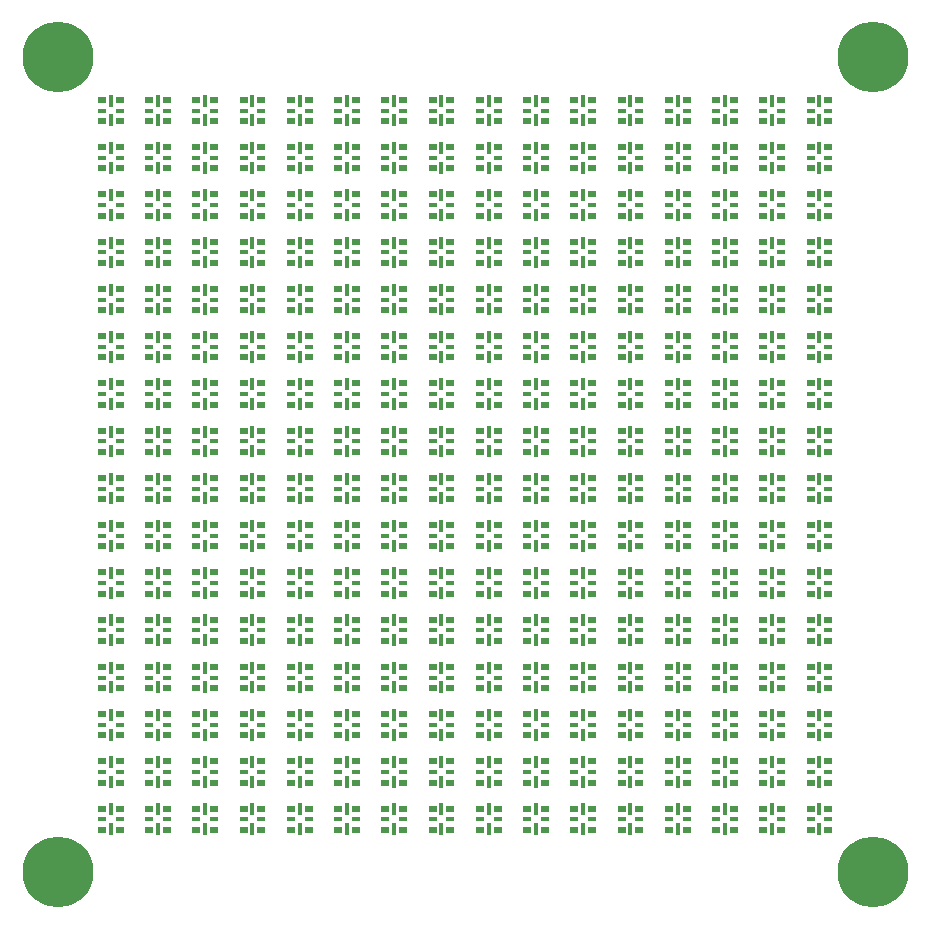
<source format=gbr>
G04 #@! TF.FileFunction,Soldermask,Top*
%FSLAX46Y46*%
G04 Gerber Fmt 4.6, Leading zero omitted, Abs format (unit mm)*
G04 Created by KiCad (PCBNEW 4.0.4-stable) date 01/17/18 01:50:34*
%MOMM*%
%LPD*%
G01*
G04 APERTURE LIST*
%ADD10C,0.100000*%
%ADD11C,6.000000*%
%ADD12R,0.800000X0.500000*%
%ADD13R,0.800000X0.300000*%
%ADD14R,0.300000X1.000000*%
G04 APERTURE END LIST*
D10*
D11*
X100000000Y-100000000D03*
X100000000Y-169000000D03*
X169000000Y-169000000D03*
X169000000Y-100000000D03*
D12*
X113250000Y-105400000D03*
X111750000Y-105400000D03*
D13*
X113250000Y-104500000D03*
X111750000Y-104500000D03*
D14*
X112500000Y-105330000D03*
D12*
X113250000Y-103600000D03*
X111750000Y-103600000D03*
D14*
X112500000Y-103670000D03*
D12*
X117250000Y-105400000D03*
X115750000Y-105400000D03*
D13*
X117250000Y-104500000D03*
X115750000Y-104500000D03*
D14*
X116500000Y-105330000D03*
D12*
X117250000Y-103600000D03*
X115750000Y-103600000D03*
D14*
X116500000Y-103670000D03*
D12*
X121250000Y-105400000D03*
X119750000Y-105400000D03*
D13*
X121250000Y-104500000D03*
X119750000Y-104500000D03*
D14*
X120500000Y-105330000D03*
D12*
X121250000Y-103600000D03*
X119750000Y-103600000D03*
D14*
X120500000Y-103670000D03*
D12*
X125250000Y-105400000D03*
X123750000Y-105400000D03*
D13*
X125250000Y-104500000D03*
X123750000Y-104500000D03*
D14*
X124500000Y-105330000D03*
D12*
X125250000Y-103600000D03*
X123750000Y-103600000D03*
D14*
X124500000Y-103670000D03*
D12*
X105250000Y-105400000D03*
X103750000Y-105400000D03*
D13*
X105250000Y-104500000D03*
X103750000Y-104500000D03*
D14*
X104500000Y-105330000D03*
D12*
X105250000Y-103600000D03*
X103750000Y-103600000D03*
D14*
X104500000Y-103670000D03*
D12*
X109250000Y-105400000D03*
X107750000Y-105400000D03*
D13*
X109250000Y-104500000D03*
X107750000Y-104500000D03*
D14*
X108500000Y-105330000D03*
D12*
X109250000Y-103600000D03*
X107750000Y-103600000D03*
D14*
X108500000Y-103670000D03*
D12*
X129250000Y-105400000D03*
X127750000Y-105400000D03*
D13*
X129250000Y-104500000D03*
X127750000Y-104500000D03*
D14*
X128500000Y-105330000D03*
D12*
X129250000Y-103600000D03*
X127750000Y-103600000D03*
D14*
X128500000Y-103670000D03*
D12*
X133250000Y-105400000D03*
X131750000Y-105400000D03*
D13*
X133250000Y-104500000D03*
X131750000Y-104500000D03*
D14*
X132500000Y-105330000D03*
D12*
X133250000Y-103600000D03*
X131750000Y-103600000D03*
D14*
X132500000Y-103670000D03*
D12*
X137250000Y-105400000D03*
X135750000Y-105400000D03*
D13*
X137250000Y-104500000D03*
X135750000Y-104500000D03*
D14*
X136500000Y-105330000D03*
D12*
X137250000Y-103600000D03*
X135750000Y-103600000D03*
D14*
X136500000Y-103670000D03*
D12*
X141250000Y-105400000D03*
X139750000Y-105400000D03*
D13*
X141250000Y-104500000D03*
X139750000Y-104500000D03*
D14*
X140500000Y-105330000D03*
D12*
X141250000Y-103600000D03*
X139750000Y-103600000D03*
D14*
X140500000Y-103670000D03*
D12*
X145250000Y-105400000D03*
X143750000Y-105400000D03*
D13*
X145250000Y-104500000D03*
X143750000Y-104500000D03*
D14*
X144500000Y-105330000D03*
D12*
X145250000Y-103600000D03*
X143750000Y-103600000D03*
D14*
X144500000Y-103670000D03*
D12*
X149250000Y-105400000D03*
X147750000Y-105400000D03*
D13*
X149250000Y-104500000D03*
X147750000Y-104500000D03*
D14*
X148500000Y-105330000D03*
D12*
X149250000Y-103600000D03*
X147750000Y-103600000D03*
D14*
X148500000Y-103670000D03*
D12*
X153250000Y-105400000D03*
X151750000Y-105400000D03*
D13*
X153250000Y-104500000D03*
X151750000Y-104500000D03*
D14*
X152500000Y-105330000D03*
D12*
X153250000Y-103600000D03*
X151750000Y-103600000D03*
D14*
X152500000Y-103670000D03*
D12*
X157250000Y-105400000D03*
X155750000Y-105400000D03*
D13*
X157250000Y-104500000D03*
X155750000Y-104500000D03*
D14*
X156500000Y-105330000D03*
D12*
X157250000Y-103600000D03*
X155750000Y-103600000D03*
D14*
X156500000Y-103670000D03*
D12*
X161250000Y-105400000D03*
X159750000Y-105400000D03*
D13*
X161250000Y-104500000D03*
X159750000Y-104500000D03*
D14*
X160500000Y-105330000D03*
D12*
X161250000Y-103600000D03*
X159750000Y-103600000D03*
D14*
X160500000Y-103670000D03*
D12*
X165250000Y-105400000D03*
X163750000Y-105400000D03*
D13*
X165250000Y-104500000D03*
X163750000Y-104500000D03*
D14*
X164500000Y-105330000D03*
D12*
X165250000Y-103600000D03*
X163750000Y-103600000D03*
D14*
X164500000Y-103670000D03*
D12*
X105250000Y-109400000D03*
X103750000Y-109400000D03*
D13*
X105250000Y-108500000D03*
X103750000Y-108500000D03*
D14*
X104500000Y-109330000D03*
D12*
X105250000Y-107600000D03*
X103750000Y-107600000D03*
D14*
X104500000Y-107670000D03*
D12*
X109250000Y-109400000D03*
X107750000Y-109400000D03*
D13*
X109250000Y-108500000D03*
X107750000Y-108500000D03*
D14*
X108500000Y-109330000D03*
D12*
X109250000Y-107600000D03*
X107750000Y-107600000D03*
D14*
X108500000Y-107670000D03*
D12*
X113250000Y-109400000D03*
X111750000Y-109400000D03*
D13*
X113250000Y-108500000D03*
X111750000Y-108500000D03*
D14*
X112500000Y-109330000D03*
D12*
X113250000Y-107600000D03*
X111750000Y-107600000D03*
D14*
X112500000Y-107670000D03*
D12*
X117250000Y-109400000D03*
X115750000Y-109400000D03*
D13*
X117250000Y-108500000D03*
X115750000Y-108500000D03*
D14*
X116500000Y-109330000D03*
D12*
X117250000Y-107600000D03*
X115750000Y-107600000D03*
D14*
X116500000Y-107670000D03*
D12*
X121250000Y-109400000D03*
X119750000Y-109400000D03*
D13*
X121250000Y-108500000D03*
X119750000Y-108500000D03*
D14*
X120500000Y-109330000D03*
D12*
X121250000Y-107600000D03*
X119750000Y-107600000D03*
D14*
X120500000Y-107670000D03*
D12*
X125250000Y-109400000D03*
X123750000Y-109400000D03*
D13*
X125250000Y-108500000D03*
X123750000Y-108500000D03*
D14*
X124500000Y-109330000D03*
D12*
X125250000Y-107600000D03*
X123750000Y-107600000D03*
D14*
X124500000Y-107670000D03*
D12*
X129250000Y-109400000D03*
X127750000Y-109400000D03*
D13*
X129250000Y-108500000D03*
X127750000Y-108500000D03*
D14*
X128500000Y-109330000D03*
D12*
X129250000Y-107600000D03*
X127750000Y-107600000D03*
D14*
X128500000Y-107670000D03*
D12*
X133250000Y-109400000D03*
X131750000Y-109400000D03*
D13*
X133250000Y-108500000D03*
X131750000Y-108500000D03*
D14*
X132500000Y-109330000D03*
D12*
X133250000Y-107600000D03*
X131750000Y-107600000D03*
D14*
X132500000Y-107670000D03*
D12*
X137250000Y-109400000D03*
X135750000Y-109400000D03*
D13*
X137250000Y-108500000D03*
X135750000Y-108500000D03*
D14*
X136500000Y-109330000D03*
D12*
X137250000Y-107600000D03*
X135750000Y-107600000D03*
D14*
X136500000Y-107670000D03*
D12*
X141250000Y-109400000D03*
X139750000Y-109400000D03*
D13*
X141250000Y-108500000D03*
X139750000Y-108500000D03*
D14*
X140500000Y-109330000D03*
D12*
X141250000Y-107600000D03*
X139750000Y-107600000D03*
D14*
X140500000Y-107670000D03*
D12*
X145250000Y-109400000D03*
X143750000Y-109400000D03*
D13*
X145250000Y-108500000D03*
X143750000Y-108500000D03*
D14*
X144500000Y-109330000D03*
D12*
X145250000Y-107600000D03*
X143750000Y-107600000D03*
D14*
X144500000Y-107670000D03*
D12*
X149250000Y-109400000D03*
X147750000Y-109400000D03*
D13*
X149250000Y-108500000D03*
X147750000Y-108500000D03*
D14*
X148500000Y-109330000D03*
D12*
X149250000Y-107600000D03*
X147750000Y-107600000D03*
D14*
X148500000Y-107670000D03*
D12*
X153250000Y-109400000D03*
X151750000Y-109400000D03*
D13*
X153250000Y-108500000D03*
X151750000Y-108500000D03*
D14*
X152500000Y-109330000D03*
D12*
X153250000Y-107600000D03*
X151750000Y-107600000D03*
D14*
X152500000Y-107670000D03*
D12*
X157250000Y-109400000D03*
X155750000Y-109400000D03*
D13*
X157250000Y-108500000D03*
X155750000Y-108500000D03*
D14*
X156500000Y-109330000D03*
D12*
X157250000Y-107600000D03*
X155750000Y-107600000D03*
D14*
X156500000Y-107670000D03*
D12*
X161250000Y-109400000D03*
X159750000Y-109400000D03*
D13*
X161250000Y-108500000D03*
X159750000Y-108500000D03*
D14*
X160500000Y-109330000D03*
D12*
X161250000Y-107600000D03*
X159750000Y-107600000D03*
D14*
X160500000Y-107670000D03*
D12*
X165250000Y-109400000D03*
X163750000Y-109400000D03*
D13*
X165250000Y-108500000D03*
X163750000Y-108500000D03*
D14*
X164500000Y-109330000D03*
D12*
X165250000Y-107600000D03*
X163750000Y-107600000D03*
D14*
X164500000Y-107670000D03*
D12*
X105250000Y-113400000D03*
X103750000Y-113400000D03*
D13*
X105250000Y-112500000D03*
X103750000Y-112500000D03*
D14*
X104500000Y-113330000D03*
D12*
X105250000Y-111600000D03*
X103750000Y-111600000D03*
D14*
X104500000Y-111670000D03*
D12*
X109250000Y-113400000D03*
X107750000Y-113400000D03*
D13*
X109250000Y-112500000D03*
X107750000Y-112500000D03*
D14*
X108500000Y-113330000D03*
D12*
X109250000Y-111600000D03*
X107750000Y-111600000D03*
D14*
X108500000Y-111670000D03*
D12*
X113250000Y-113400000D03*
X111750000Y-113400000D03*
D13*
X113250000Y-112500000D03*
X111750000Y-112500000D03*
D14*
X112500000Y-113330000D03*
D12*
X113250000Y-111600000D03*
X111750000Y-111600000D03*
D14*
X112500000Y-111670000D03*
D12*
X117250000Y-113400000D03*
X115750000Y-113400000D03*
D13*
X117250000Y-112500000D03*
X115750000Y-112500000D03*
D14*
X116500000Y-113330000D03*
D12*
X117250000Y-111600000D03*
X115750000Y-111600000D03*
D14*
X116500000Y-111670000D03*
D12*
X121250000Y-113400000D03*
X119750000Y-113400000D03*
D13*
X121250000Y-112500000D03*
X119750000Y-112500000D03*
D14*
X120500000Y-113330000D03*
D12*
X121250000Y-111600000D03*
X119750000Y-111600000D03*
D14*
X120500000Y-111670000D03*
D12*
X125250000Y-113400000D03*
X123750000Y-113400000D03*
D13*
X125250000Y-112500000D03*
X123750000Y-112500000D03*
D14*
X124500000Y-113330000D03*
D12*
X125250000Y-111600000D03*
X123750000Y-111600000D03*
D14*
X124500000Y-111670000D03*
D12*
X129250000Y-113400000D03*
X127750000Y-113400000D03*
D13*
X129250000Y-112500000D03*
X127750000Y-112500000D03*
D14*
X128500000Y-113330000D03*
D12*
X129250000Y-111600000D03*
X127750000Y-111600000D03*
D14*
X128500000Y-111670000D03*
D12*
X133250000Y-113400000D03*
X131750000Y-113400000D03*
D13*
X133250000Y-112500000D03*
X131750000Y-112500000D03*
D14*
X132500000Y-113330000D03*
D12*
X133250000Y-111600000D03*
X131750000Y-111600000D03*
D14*
X132500000Y-111670000D03*
D12*
X137250000Y-113400000D03*
X135750000Y-113400000D03*
D13*
X137250000Y-112500000D03*
X135750000Y-112500000D03*
D14*
X136500000Y-113330000D03*
D12*
X137250000Y-111600000D03*
X135750000Y-111600000D03*
D14*
X136500000Y-111670000D03*
D12*
X141250000Y-113400000D03*
X139750000Y-113400000D03*
D13*
X141250000Y-112500000D03*
X139750000Y-112500000D03*
D14*
X140500000Y-113330000D03*
D12*
X141250000Y-111600000D03*
X139750000Y-111600000D03*
D14*
X140500000Y-111670000D03*
D12*
X145250000Y-113400000D03*
X143750000Y-113400000D03*
D13*
X145250000Y-112500000D03*
X143750000Y-112500000D03*
D14*
X144500000Y-113330000D03*
D12*
X145250000Y-111600000D03*
X143750000Y-111600000D03*
D14*
X144500000Y-111670000D03*
D12*
X149250000Y-113400000D03*
X147750000Y-113400000D03*
D13*
X149250000Y-112500000D03*
X147750000Y-112500000D03*
D14*
X148500000Y-113330000D03*
D12*
X149250000Y-111600000D03*
X147750000Y-111600000D03*
D14*
X148500000Y-111670000D03*
D12*
X153250000Y-113400000D03*
X151750000Y-113400000D03*
D13*
X153250000Y-112500000D03*
X151750000Y-112500000D03*
D14*
X152500000Y-113330000D03*
D12*
X153250000Y-111600000D03*
X151750000Y-111600000D03*
D14*
X152500000Y-111670000D03*
D12*
X157250000Y-113400000D03*
X155750000Y-113400000D03*
D13*
X157250000Y-112500000D03*
X155750000Y-112500000D03*
D14*
X156500000Y-113330000D03*
D12*
X157250000Y-111600000D03*
X155750000Y-111600000D03*
D14*
X156500000Y-111670000D03*
D12*
X161250000Y-113400000D03*
X159750000Y-113400000D03*
D13*
X161250000Y-112500000D03*
X159750000Y-112500000D03*
D14*
X160500000Y-113330000D03*
D12*
X161250000Y-111600000D03*
X159750000Y-111600000D03*
D14*
X160500000Y-111670000D03*
D12*
X165250000Y-113400000D03*
X163750000Y-113400000D03*
D13*
X165250000Y-112500000D03*
X163750000Y-112500000D03*
D14*
X164500000Y-113330000D03*
D12*
X165250000Y-111600000D03*
X163750000Y-111600000D03*
D14*
X164500000Y-111670000D03*
D12*
X105250000Y-117400000D03*
X103750000Y-117400000D03*
D13*
X105250000Y-116500000D03*
X103750000Y-116500000D03*
D14*
X104500000Y-117330000D03*
D12*
X105250000Y-115600000D03*
X103750000Y-115600000D03*
D14*
X104500000Y-115670000D03*
D12*
X109250000Y-117400000D03*
X107750000Y-117400000D03*
D13*
X109250000Y-116500000D03*
X107750000Y-116500000D03*
D14*
X108500000Y-117330000D03*
D12*
X109250000Y-115600000D03*
X107750000Y-115600000D03*
D14*
X108500000Y-115670000D03*
D12*
X113250000Y-117400000D03*
X111750000Y-117400000D03*
D13*
X113250000Y-116500000D03*
X111750000Y-116500000D03*
D14*
X112500000Y-117330000D03*
D12*
X113250000Y-115600000D03*
X111750000Y-115600000D03*
D14*
X112500000Y-115670000D03*
D12*
X117250000Y-117400000D03*
X115750000Y-117400000D03*
D13*
X117250000Y-116500000D03*
X115750000Y-116500000D03*
D14*
X116500000Y-117330000D03*
D12*
X117250000Y-115600000D03*
X115750000Y-115600000D03*
D14*
X116500000Y-115670000D03*
D12*
X121250000Y-117400000D03*
X119750000Y-117400000D03*
D13*
X121250000Y-116500000D03*
X119750000Y-116500000D03*
D14*
X120500000Y-117330000D03*
D12*
X121250000Y-115600000D03*
X119750000Y-115600000D03*
D14*
X120500000Y-115670000D03*
D12*
X125250000Y-117400000D03*
X123750000Y-117400000D03*
D13*
X125250000Y-116500000D03*
X123750000Y-116500000D03*
D14*
X124500000Y-117330000D03*
D12*
X125250000Y-115600000D03*
X123750000Y-115600000D03*
D14*
X124500000Y-115670000D03*
D12*
X129250000Y-117400000D03*
X127750000Y-117400000D03*
D13*
X129250000Y-116500000D03*
X127750000Y-116500000D03*
D14*
X128500000Y-117330000D03*
D12*
X129250000Y-115600000D03*
X127750000Y-115600000D03*
D14*
X128500000Y-115670000D03*
D12*
X133250000Y-117400000D03*
X131750000Y-117400000D03*
D13*
X133250000Y-116500000D03*
X131750000Y-116500000D03*
D14*
X132500000Y-117330000D03*
D12*
X133250000Y-115600000D03*
X131750000Y-115600000D03*
D14*
X132500000Y-115670000D03*
D12*
X137250000Y-117400000D03*
X135750000Y-117400000D03*
D13*
X137250000Y-116500000D03*
X135750000Y-116500000D03*
D14*
X136500000Y-117330000D03*
D12*
X137250000Y-115600000D03*
X135750000Y-115600000D03*
D14*
X136500000Y-115670000D03*
D12*
X141250000Y-117400000D03*
X139750000Y-117400000D03*
D13*
X141250000Y-116500000D03*
X139750000Y-116500000D03*
D14*
X140500000Y-117330000D03*
D12*
X141250000Y-115600000D03*
X139750000Y-115600000D03*
D14*
X140500000Y-115670000D03*
D12*
X145250000Y-117400000D03*
X143750000Y-117400000D03*
D13*
X145250000Y-116500000D03*
X143750000Y-116500000D03*
D14*
X144500000Y-117330000D03*
D12*
X145250000Y-115600000D03*
X143750000Y-115600000D03*
D14*
X144500000Y-115670000D03*
D12*
X149250000Y-117400000D03*
X147750000Y-117400000D03*
D13*
X149250000Y-116500000D03*
X147750000Y-116500000D03*
D14*
X148500000Y-117330000D03*
D12*
X149250000Y-115600000D03*
X147750000Y-115600000D03*
D14*
X148500000Y-115670000D03*
D12*
X153250000Y-117400000D03*
X151750000Y-117400000D03*
D13*
X153250000Y-116500000D03*
X151750000Y-116500000D03*
D14*
X152500000Y-117330000D03*
D12*
X153250000Y-115600000D03*
X151750000Y-115600000D03*
D14*
X152500000Y-115670000D03*
D12*
X157250000Y-117400000D03*
X155750000Y-117400000D03*
D13*
X157250000Y-116500000D03*
X155750000Y-116500000D03*
D14*
X156500000Y-117330000D03*
D12*
X157250000Y-115600000D03*
X155750000Y-115600000D03*
D14*
X156500000Y-115670000D03*
D12*
X161250000Y-117400000D03*
X159750000Y-117400000D03*
D13*
X161250000Y-116500000D03*
X159750000Y-116500000D03*
D14*
X160500000Y-117330000D03*
D12*
X161250000Y-115600000D03*
X159750000Y-115600000D03*
D14*
X160500000Y-115670000D03*
D12*
X165250000Y-117400000D03*
X163750000Y-117400000D03*
D13*
X165250000Y-116500000D03*
X163750000Y-116500000D03*
D14*
X164500000Y-117330000D03*
D12*
X165250000Y-115600000D03*
X163750000Y-115600000D03*
D14*
X164500000Y-115670000D03*
D12*
X105250000Y-121400000D03*
X103750000Y-121400000D03*
D13*
X105250000Y-120500000D03*
X103750000Y-120500000D03*
D14*
X104500000Y-121330000D03*
D12*
X105250000Y-119600000D03*
X103750000Y-119600000D03*
D14*
X104500000Y-119670000D03*
D12*
X109250000Y-121400000D03*
X107750000Y-121400000D03*
D13*
X109250000Y-120500000D03*
X107750000Y-120500000D03*
D14*
X108500000Y-121330000D03*
D12*
X109250000Y-119600000D03*
X107750000Y-119600000D03*
D14*
X108500000Y-119670000D03*
D12*
X113250000Y-121400000D03*
X111750000Y-121400000D03*
D13*
X113250000Y-120500000D03*
X111750000Y-120500000D03*
D14*
X112500000Y-121330000D03*
D12*
X113250000Y-119600000D03*
X111750000Y-119600000D03*
D14*
X112500000Y-119670000D03*
D12*
X117250000Y-121400000D03*
X115750000Y-121400000D03*
D13*
X117250000Y-120500000D03*
X115750000Y-120500000D03*
D14*
X116500000Y-121330000D03*
D12*
X117250000Y-119600000D03*
X115750000Y-119600000D03*
D14*
X116500000Y-119670000D03*
D12*
X121250000Y-121400000D03*
X119750000Y-121400000D03*
D13*
X121250000Y-120500000D03*
X119750000Y-120500000D03*
D14*
X120500000Y-121330000D03*
D12*
X121250000Y-119600000D03*
X119750000Y-119600000D03*
D14*
X120500000Y-119670000D03*
D12*
X125250000Y-121400000D03*
X123750000Y-121400000D03*
D13*
X125250000Y-120500000D03*
X123750000Y-120500000D03*
D14*
X124500000Y-121330000D03*
D12*
X125250000Y-119600000D03*
X123750000Y-119600000D03*
D14*
X124500000Y-119670000D03*
D12*
X129250000Y-121400000D03*
X127750000Y-121400000D03*
D13*
X129250000Y-120500000D03*
X127750000Y-120500000D03*
D14*
X128500000Y-121330000D03*
D12*
X129250000Y-119600000D03*
X127750000Y-119600000D03*
D14*
X128500000Y-119670000D03*
D12*
X133250000Y-121400000D03*
X131750000Y-121400000D03*
D13*
X133250000Y-120500000D03*
X131750000Y-120500000D03*
D14*
X132500000Y-121330000D03*
D12*
X133250000Y-119600000D03*
X131750000Y-119600000D03*
D14*
X132500000Y-119670000D03*
D12*
X137250000Y-121400000D03*
X135750000Y-121400000D03*
D13*
X137250000Y-120500000D03*
X135750000Y-120500000D03*
D14*
X136500000Y-121330000D03*
D12*
X137250000Y-119600000D03*
X135750000Y-119600000D03*
D14*
X136500000Y-119670000D03*
D12*
X141250000Y-121400000D03*
X139750000Y-121400000D03*
D13*
X141250000Y-120500000D03*
X139750000Y-120500000D03*
D14*
X140500000Y-121330000D03*
D12*
X141250000Y-119600000D03*
X139750000Y-119600000D03*
D14*
X140500000Y-119670000D03*
D12*
X145250000Y-121400000D03*
X143750000Y-121400000D03*
D13*
X145250000Y-120500000D03*
X143750000Y-120500000D03*
D14*
X144500000Y-121330000D03*
D12*
X145250000Y-119600000D03*
X143750000Y-119600000D03*
D14*
X144500000Y-119670000D03*
D12*
X149250000Y-121400000D03*
X147750000Y-121400000D03*
D13*
X149250000Y-120500000D03*
X147750000Y-120500000D03*
D14*
X148500000Y-121330000D03*
D12*
X149250000Y-119600000D03*
X147750000Y-119600000D03*
D14*
X148500000Y-119670000D03*
D12*
X153250000Y-121400000D03*
X151750000Y-121400000D03*
D13*
X153250000Y-120500000D03*
X151750000Y-120500000D03*
D14*
X152500000Y-121330000D03*
D12*
X153250000Y-119600000D03*
X151750000Y-119600000D03*
D14*
X152500000Y-119670000D03*
D12*
X157250000Y-121400000D03*
X155750000Y-121400000D03*
D13*
X157250000Y-120500000D03*
X155750000Y-120500000D03*
D14*
X156500000Y-121330000D03*
D12*
X157250000Y-119600000D03*
X155750000Y-119600000D03*
D14*
X156500000Y-119670000D03*
D12*
X161250000Y-121400000D03*
X159750000Y-121400000D03*
D13*
X161250000Y-120500000D03*
X159750000Y-120500000D03*
D14*
X160500000Y-121330000D03*
D12*
X161250000Y-119600000D03*
X159750000Y-119600000D03*
D14*
X160500000Y-119670000D03*
D12*
X165250000Y-121400000D03*
X163750000Y-121400000D03*
D13*
X165250000Y-120500000D03*
X163750000Y-120500000D03*
D14*
X164500000Y-121330000D03*
D12*
X165250000Y-119600000D03*
X163750000Y-119600000D03*
D14*
X164500000Y-119670000D03*
D12*
X105250000Y-125400000D03*
X103750000Y-125400000D03*
D13*
X105250000Y-124500000D03*
X103750000Y-124500000D03*
D14*
X104500000Y-125330000D03*
D12*
X105250000Y-123600000D03*
X103750000Y-123600000D03*
D14*
X104500000Y-123670000D03*
D12*
X109250000Y-125400000D03*
X107750000Y-125400000D03*
D13*
X109250000Y-124500000D03*
X107750000Y-124500000D03*
D14*
X108500000Y-125330000D03*
D12*
X109250000Y-123600000D03*
X107750000Y-123600000D03*
D14*
X108500000Y-123670000D03*
D12*
X113250000Y-125400000D03*
X111750000Y-125400000D03*
D13*
X113250000Y-124500000D03*
X111750000Y-124500000D03*
D14*
X112500000Y-125330000D03*
D12*
X113250000Y-123600000D03*
X111750000Y-123600000D03*
D14*
X112500000Y-123670000D03*
D12*
X117250000Y-125400000D03*
X115750000Y-125400000D03*
D13*
X117250000Y-124500000D03*
X115750000Y-124500000D03*
D14*
X116500000Y-125330000D03*
D12*
X117250000Y-123600000D03*
X115750000Y-123600000D03*
D14*
X116500000Y-123670000D03*
D12*
X121250000Y-125400000D03*
X119750000Y-125400000D03*
D13*
X121250000Y-124500000D03*
X119750000Y-124500000D03*
D14*
X120500000Y-125330000D03*
D12*
X121250000Y-123600000D03*
X119750000Y-123600000D03*
D14*
X120500000Y-123670000D03*
D12*
X125250000Y-125400000D03*
X123750000Y-125400000D03*
D13*
X125250000Y-124500000D03*
X123750000Y-124500000D03*
D14*
X124500000Y-125330000D03*
D12*
X125250000Y-123600000D03*
X123750000Y-123600000D03*
D14*
X124500000Y-123670000D03*
D12*
X129250000Y-125400000D03*
X127750000Y-125400000D03*
D13*
X129250000Y-124500000D03*
X127750000Y-124500000D03*
D14*
X128500000Y-125330000D03*
D12*
X129250000Y-123600000D03*
X127750000Y-123600000D03*
D14*
X128500000Y-123670000D03*
D12*
X133250000Y-125400000D03*
X131750000Y-125400000D03*
D13*
X133250000Y-124500000D03*
X131750000Y-124500000D03*
D14*
X132500000Y-125330000D03*
D12*
X133250000Y-123600000D03*
X131750000Y-123600000D03*
D14*
X132500000Y-123670000D03*
D12*
X137250000Y-125400000D03*
X135750000Y-125400000D03*
D13*
X137250000Y-124500000D03*
X135750000Y-124500000D03*
D14*
X136500000Y-125330000D03*
D12*
X137250000Y-123600000D03*
X135750000Y-123600000D03*
D14*
X136500000Y-123670000D03*
D12*
X141250000Y-125400000D03*
X139750000Y-125400000D03*
D13*
X141250000Y-124500000D03*
X139750000Y-124500000D03*
D14*
X140500000Y-125330000D03*
D12*
X141250000Y-123600000D03*
X139750000Y-123600000D03*
D14*
X140500000Y-123670000D03*
D12*
X145250000Y-125400000D03*
X143750000Y-125400000D03*
D13*
X145250000Y-124500000D03*
X143750000Y-124500000D03*
D14*
X144500000Y-125330000D03*
D12*
X145250000Y-123600000D03*
X143750000Y-123600000D03*
D14*
X144500000Y-123670000D03*
D12*
X149250000Y-125400000D03*
X147750000Y-125400000D03*
D13*
X149250000Y-124500000D03*
X147750000Y-124500000D03*
D14*
X148500000Y-125330000D03*
D12*
X149250000Y-123600000D03*
X147750000Y-123600000D03*
D14*
X148500000Y-123670000D03*
D12*
X153250000Y-125400000D03*
X151750000Y-125400000D03*
D13*
X153250000Y-124500000D03*
X151750000Y-124500000D03*
D14*
X152500000Y-125330000D03*
D12*
X153250000Y-123600000D03*
X151750000Y-123600000D03*
D14*
X152500000Y-123670000D03*
D12*
X157250000Y-125400000D03*
X155750000Y-125400000D03*
D13*
X157250000Y-124500000D03*
X155750000Y-124500000D03*
D14*
X156500000Y-125330000D03*
D12*
X157250000Y-123600000D03*
X155750000Y-123600000D03*
D14*
X156500000Y-123670000D03*
D12*
X161250000Y-125400000D03*
X159750000Y-125400000D03*
D13*
X161250000Y-124500000D03*
X159750000Y-124500000D03*
D14*
X160500000Y-125330000D03*
D12*
X161250000Y-123600000D03*
X159750000Y-123600000D03*
D14*
X160500000Y-123670000D03*
D12*
X165250000Y-125400000D03*
X163750000Y-125400000D03*
D13*
X165250000Y-124500000D03*
X163750000Y-124500000D03*
D14*
X164500000Y-125330000D03*
D12*
X165250000Y-123600000D03*
X163750000Y-123600000D03*
D14*
X164500000Y-123670000D03*
D12*
X105250000Y-129400000D03*
X103750000Y-129400000D03*
D13*
X105250000Y-128500000D03*
X103750000Y-128500000D03*
D14*
X104500000Y-129330000D03*
D12*
X105250000Y-127600000D03*
X103750000Y-127600000D03*
D14*
X104500000Y-127670000D03*
D12*
X109250000Y-129400000D03*
X107750000Y-129400000D03*
D13*
X109250000Y-128500000D03*
X107750000Y-128500000D03*
D14*
X108500000Y-129330000D03*
D12*
X109250000Y-127600000D03*
X107750000Y-127600000D03*
D14*
X108500000Y-127670000D03*
D12*
X113250000Y-129400000D03*
X111750000Y-129400000D03*
D13*
X113250000Y-128500000D03*
X111750000Y-128500000D03*
D14*
X112500000Y-129330000D03*
D12*
X113250000Y-127600000D03*
X111750000Y-127600000D03*
D14*
X112500000Y-127670000D03*
D12*
X117250000Y-129400000D03*
X115750000Y-129400000D03*
D13*
X117250000Y-128500000D03*
X115750000Y-128500000D03*
D14*
X116500000Y-129330000D03*
D12*
X117250000Y-127600000D03*
X115750000Y-127600000D03*
D14*
X116500000Y-127670000D03*
D12*
X121250000Y-129400000D03*
X119750000Y-129400000D03*
D13*
X121250000Y-128500000D03*
X119750000Y-128500000D03*
D14*
X120500000Y-129330000D03*
D12*
X121250000Y-127600000D03*
X119750000Y-127600000D03*
D14*
X120500000Y-127670000D03*
D12*
X125250000Y-129400000D03*
X123750000Y-129400000D03*
D13*
X125250000Y-128500000D03*
X123750000Y-128500000D03*
D14*
X124500000Y-129330000D03*
D12*
X125250000Y-127600000D03*
X123750000Y-127600000D03*
D14*
X124500000Y-127670000D03*
D12*
X129250000Y-129400000D03*
X127750000Y-129400000D03*
D13*
X129250000Y-128500000D03*
X127750000Y-128500000D03*
D14*
X128500000Y-129330000D03*
D12*
X129250000Y-127600000D03*
X127750000Y-127600000D03*
D14*
X128500000Y-127670000D03*
D12*
X133250000Y-129400000D03*
X131750000Y-129400000D03*
D13*
X133250000Y-128500000D03*
X131750000Y-128500000D03*
D14*
X132500000Y-129330000D03*
D12*
X133250000Y-127600000D03*
X131750000Y-127600000D03*
D14*
X132500000Y-127670000D03*
D12*
X137250000Y-129400000D03*
X135750000Y-129400000D03*
D13*
X137250000Y-128500000D03*
X135750000Y-128500000D03*
D14*
X136500000Y-129330000D03*
D12*
X137250000Y-127600000D03*
X135750000Y-127600000D03*
D14*
X136500000Y-127670000D03*
D12*
X141250000Y-129400000D03*
X139750000Y-129400000D03*
D13*
X141250000Y-128500000D03*
X139750000Y-128500000D03*
D14*
X140500000Y-129330000D03*
D12*
X141250000Y-127600000D03*
X139750000Y-127600000D03*
D14*
X140500000Y-127670000D03*
D12*
X145250000Y-129400000D03*
X143750000Y-129400000D03*
D13*
X145250000Y-128500000D03*
X143750000Y-128500000D03*
D14*
X144500000Y-129330000D03*
D12*
X145250000Y-127600000D03*
X143750000Y-127600000D03*
D14*
X144500000Y-127670000D03*
D12*
X149250000Y-129400000D03*
X147750000Y-129400000D03*
D13*
X149250000Y-128500000D03*
X147750000Y-128500000D03*
D14*
X148500000Y-129330000D03*
D12*
X149250000Y-127600000D03*
X147750000Y-127600000D03*
D14*
X148500000Y-127670000D03*
D12*
X153250000Y-129400000D03*
X151750000Y-129400000D03*
D13*
X153250000Y-128500000D03*
X151750000Y-128500000D03*
D14*
X152500000Y-129330000D03*
D12*
X153250000Y-127600000D03*
X151750000Y-127600000D03*
D14*
X152500000Y-127670000D03*
D12*
X157250000Y-129400000D03*
X155750000Y-129400000D03*
D13*
X157250000Y-128500000D03*
X155750000Y-128500000D03*
D14*
X156500000Y-129330000D03*
D12*
X157250000Y-127600000D03*
X155750000Y-127600000D03*
D14*
X156500000Y-127670000D03*
D12*
X161250000Y-129400000D03*
X159750000Y-129400000D03*
D13*
X161250000Y-128500000D03*
X159750000Y-128500000D03*
D14*
X160500000Y-129330000D03*
D12*
X161250000Y-127600000D03*
X159750000Y-127600000D03*
D14*
X160500000Y-127670000D03*
D12*
X165250000Y-129400000D03*
X163750000Y-129400000D03*
D13*
X165250000Y-128500000D03*
X163750000Y-128500000D03*
D14*
X164500000Y-129330000D03*
D12*
X165250000Y-127600000D03*
X163750000Y-127600000D03*
D14*
X164500000Y-127670000D03*
D12*
X105250000Y-133400000D03*
X103750000Y-133400000D03*
D13*
X105250000Y-132500000D03*
X103750000Y-132500000D03*
D14*
X104500000Y-133330000D03*
D12*
X105250000Y-131600000D03*
X103750000Y-131600000D03*
D14*
X104500000Y-131670000D03*
D12*
X109250000Y-133400000D03*
X107750000Y-133400000D03*
D13*
X109250000Y-132500000D03*
X107750000Y-132500000D03*
D14*
X108500000Y-133330000D03*
D12*
X109250000Y-131600000D03*
X107750000Y-131600000D03*
D14*
X108500000Y-131670000D03*
D12*
X113250000Y-133400000D03*
X111750000Y-133400000D03*
D13*
X113250000Y-132500000D03*
X111750000Y-132500000D03*
D14*
X112500000Y-133330000D03*
D12*
X113250000Y-131600000D03*
X111750000Y-131600000D03*
D14*
X112500000Y-131670000D03*
D12*
X117250000Y-133400000D03*
X115750000Y-133400000D03*
D13*
X117250000Y-132500000D03*
X115750000Y-132500000D03*
D14*
X116500000Y-133330000D03*
D12*
X117250000Y-131600000D03*
X115750000Y-131600000D03*
D14*
X116500000Y-131670000D03*
D12*
X121250000Y-133400000D03*
X119750000Y-133400000D03*
D13*
X121250000Y-132500000D03*
X119750000Y-132500000D03*
D14*
X120500000Y-133330000D03*
D12*
X121250000Y-131600000D03*
X119750000Y-131600000D03*
D14*
X120500000Y-131670000D03*
D12*
X125250000Y-133400000D03*
X123750000Y-133400000D03*
D13*
X125250000Y-132500000D03*
X123750000Y-132500000D03*
D14*
X124500000Y-133330000D03*
D12*
X125250000Y-131600000D03*
X123750000Y-131600000D03*
D14*
X124500000Y-131670000D03*
D12*
X129250000Y-133400000D03*
X127750000Y-133400000D03*
D13*
X129250000Y-132500000D03*
X127750000Y-132500000D03*
D14*
X128500000Y-133330000D03*
D12*
X129250000Y-131600000D03*
X127750000Y-131600000D03*
D14*
X128500000Y-131670000D03*
D12*
X133250000Y-133400000D03*
X131750000Y-133400000D03*
D13*
X133250000Y-132500000D03*
X131750000Y-132500000D03*
D14*
X132500000Y-133330000D03*
D12*
X133250000Y-131600000D03*
X131750000Y-131600000D03*
D14*
X132500000Y-131670000D03*
D12*
X137250000Y-133400000D03*
X135750000Y-133400000D03*
D13*
X137250000Y-132500000D03*
X135750000Y-132500000D03*
D14*
X136500000Y-133330000D03*
D12*
X137250000Y-131600000D03*
X135750000Y-131600000D03*
D14*
X136500000Y-131670000D03*
D12*
X141250000Y-133400000D03*
X139750000Y-133400000D03*
D13*
X141250000Y-132500000D03*
X139750000Y-132500000D03*
D14*
X140500000Y-133330000D03*
D12*
X141250000Y-131600000D03*
X139750000Y-131600000D03*
D14*
X140500000Y-131670000D03*
D12*
X145250000Y-133400000D03*
X143750000Y-133400000D03*
D13*
X145250000Y-132500000D03*
X143750000Y-132500000D03*
D14*
X144500000Y-133330000D03*
D12*
X145250000Y-131600000D03*
X143750000Y-131600000D03*
D14*
X144500000Y-131670000D03*
D12*
X149250000Y-133400000D03*
X147750000Y-133400000D03*
D13*
X149250000Y-132500000D03*
X147750000Y-132500000D03*
D14*
X148500000Y-133330000D03*
D12*
X149250000Y-131600000D03*
X147750000Y-131600000D03*
D14*
X148500000Y-131670000D03*
D12*
X153250000Y-133400000D03*
X151750000Y-133400000D03*
D13*
X153250000Y-132500000D03*
X151750000Y-132500000D03*
D14*
X152500000Y-133330000D03*
D12*
X153250000Y-131600000D03*
X151750000Y-131600000D03*
D14*
X152500000Y-131670000D03*
D12*
X157250000Y-133400000D03*
X155750000Y-133400000D03*
D13*
X157250000Y-132500000D03*
X155750000Y-132500000D03*
D14*
X156500000Y-133330000D03*
D12*
X157250000Y-131600000D03*
X155750000Y-131600000D03*
D14*
X156500000Y-131670000D03*
D12*
X161250000Y-133400000D03*
X159750000Y-133400000D03*
D13*
X161250000Y-132500000D03*
X159750000Y-132500000D03*
D14*
X160500000Y-133330000D03*
D12*
X161250000Y-131600000D03*
X159750000Y-131600000D03*
D14*
X160500000Y-131670000D03*
D12*
X165250000Y-133400000D03*
X163750000Y-133400000D03*
D13*
X165250000Y-132500000D03*
X163750000Y-132500000D03*
D14*
X164500000Y-133330000D03*
D12*
X165250000Y-131600000D03*
X163750000Y-131600000D03*
D14*
X164500000Y-131670000D03*
D12*
X105250000Y-137400000D03*
X103750000Y-137400000D03*
D13*
X105250000Y-136500000D03*
X103750000Y-136500000D03*
D14*
X104500000Y-137330000D03*
D12*
X105250000Y-135600000D03*
X103750000Y-135600000D03*
D14*
X104500000Y-135670000D03*
D12*
X109250000Y-137400000D03*
X107750000Y-137400000D03*
D13*
X109250000Y-136500000D03*
X107750000Y-136500000D03*
D14*
X108500000Y-137330000D03*
D12*
X109250000Y-135600000D03*
X107750000Y-135600000D03*
D14*
X108500000Y-135670000D03*
D12*
X113250000Y-137400000D03*
X111750000Y-137400000D03*
D13*
X113250000Y-136500000D03*
X111750000Y-136500000D03*
D14*
X112500000Y-137330000D03*
D12*
X113250000Y-135600000D03*
X111750000Y-135600000D03*
D14*
X112500000Y-135670000D03*
D12*
X117250000Y-137400000D03*
X115750000Y-137400000D03*
D13*
X117250000Y-136500000D03*
X115750000Y-136500000D03*
D14*
X116500000Y-137330000D03*
D12*
X117250000Y-135600000D03*
X115750000Y-135600000D03*
D14*
X116500000Y-135670000D03*
D12*
X121250000Y-137400000D03*
X119750000Y-137400000D03*
D13*
X121250000Y-136500000D03*
X119750000Y-136500000D03*
D14*
X120500000Y-137330000D03*
D12*
X121250000Y-135600000D03*
X119750000Y-135600000D03*
D14*
X120500000Y-135670000D03*
D12*
X125250000Y-137400000D03*
X123750000Y-137400000D03*
D13*
X125250000Y-136500000D03*
X123750000Y-136500000D03*
D14*
X124500000Y-137330000D03*
D12*
X125250000Y-135600000D03*
X123750000Y-135600000D03*
D14*
X124500000Y-135670000D03*
D12*
X129250000Y-137400000D03*
X127750000Y-137400000D03*
D13*
X129250000Y-136500000D03*
X127750000Y-136500000D03*
D14*
X128500000Y-137330000D03*
D12*
X129250000Y-135600000D03*
X127750000Y-135600000D03*
D14*
X128500000Y-135670000D03*
D12*
X133250000Y-137400000D03*
X131750000Y-137400000D03*
D13*
X133250000Y-136500000D03*
X131750000Y-136500000D03*
D14*
X132500000Y-137330000D03*
D12*
X133250000Y-135600000D03*
X131750000Y-135600000D03*
D14*
X132500000Y-135670000D03*
D12*
X137250000Y-137400000D03*
X135750000Y-137400000D03*
D13*
X137250000Y-136500000D03*
X135750000Y-136500000D03*
D14*
X136500000Y-137330000D03*
D12*
X137250000Y-135600000D03*
X135750000Y-135600000D03*
D14*
X136500000Y-135670000D03*
D12*
X141250000Y-137400000D03*
X139750000Y-137400000D03*
D13*
X141250000Y-136500000D03*
X139750000Y-136500000D03*
D14*
X140500000Y-137330000D03*
D12*
X141250000Y-135600000D03*
X139750000Y-135600000D03*
D14*
X140500000Y-135670000D03*
D12*
X145250000Y-137400000D03*
X143750000Y-137400000D03*
D13*
X145250000Y-136500000D03*
X143750000Y-136500000D03*
D14*
X144500000Y-137330000D03*
D12*
X145250000Y-135600000D03*
X143750000Y-135600000D03*
D14*
X144500000Y-135670000D03*
D12*
X149250000Y-137400000D03*
X147750000Y-137400000D03*
D13*
X149250000Y-136500000D03*
X147750000Y-136500000D03*
D14*
X148500000Y-137330000D03*
D12*
X149250000Y-135600000D03*
X147750000Y-135600000D03*
D14*
X148500000Y-135670000D03*
D12*
X153250000Y-137400000D03*
X151750000Y-137400000D03*
D13*
X153250000Y-136500000D03*
X151750000Y-136500000D03*
D14*
X152500000Y-137330000D03*
D12*
X153250000Y-135600000D03*
X151750000Y-135600000D03*
D14*
X152500000Y-135670000D03*
D12*
X157250000Y-137400000D03*
X155750000Y-137400000D03*
D13*
X157250000Y-136500000D03*
X155750000Y-136500000D03*
D14*
X156500000Y-137330000D03*
D12*
X157250000Y-135600000D03*
X155750000Y-135600000D03*
D14*
X156500000Y-135670000D03*
D12*
X161250000Y-137400000D03*
X159750000Y-137400000D03*
D13*
X161250000Y-136500000D03*
X159750000Y-136500000D03*
D14*
X160500000Y-137330000D03*
D12*
X161250000Y-135600000D03*
X159750000Y-135600000D03*
D14*
X160500000Y-135670000D03*
D12*
X165250000Y-137400000D03*
X163750000Y-137400000D03*
D13*
X165250000Y-136500000D03*
X163750000Y-136500000D03*
D14*
X164500000Y-137330000D03*
D12*
X165250000Y-135600000D03*
X163750000Y-135600000D03*
D14*
X164500000Y-135670000D03*
D12*
X105250000Y-141400000D03*
X103750000Y-141400000D03*
D13*
X105250000Y-140500000D03*
X103750000Y-140500000D03*
D14*
X104500000Y-141330000D03*
D12*
X105250000Y-139600000D03*
X103750000Y-139600000D03*
D14*
X104500000Y-139670000D03*
D12*
X109250000Y-141400000D03*
X107750000Y-141400000D03*
D13*
X109250000Y-140500000D03*
X107750000Y-140500000D03*
D14*
X108500000Y-141330000D03*
D12*
X109250000Y-139600000D03*
X107750000Y-139600000D03*
D14*
X108500000Y-139670000D03*
D12*
X113250000Y-141400000D03*
X111750000Y-141400000D03*
D13*
X113250000Y-140500000D03*
X111750000Y-140500000D03*
D14*
X112500000Y-141330000D03*
D12*
X113250000Y-139600000D03*
X111750000Y-139600000D03*
D14*
X112500000Y-139670000D03*
D12*
X117250000Y-141400000D03*
X115750000Y-141400000D03*
D13*
X117250000Y-140500000D03*
X115750000Y-140500000D03*
D14*
X116500000Y-141330000D03*
D12*
X117250000Y-139600000D03*
X115750000Y-139600000D03*
D14*
X116500000Y-139670000D03*
D12*
X121250000Y-141400000D03*
X119750000Y-141400000D03*
D13*
X121250000Y-140500000D03*
X119750000Y-140500000D03*
D14*
X120500000Y-141330000D03*
D12*
X121250000Y-139600000D03*
X119750000Y-139600000D03*
D14*
X120500000Y-139670000D03*
D12*
X125250000Y-141400000D03*
X123750000Y-141400000D03*
D13*
X125250000Y-140500000D03*
X123750000Y-140500000D03*
D14*
X124500000Y-141330000D03*
D12*
X125250000Y-139600000D03*
X123750000Y-139600000D03*
D14*
X124500000Y-139670000D03*
D12*
X129250000Y-141400000D03*
X127750000Y-141400000D03*
D13*
X129250000Y-140500000D03*
X127750000Y-140500000D03*
D14*
X128500000Y-141330000D03*
D12*
X129250000Y-139600000D03*
X127750000Y-139600000D03*
D14*
X128500000Y-139670000D03*
D12*
X133250000Y-141400000D03*
X131750000Y-141400000D03*
D13*
X133250000Y-140500000D03*
X131750000Y-140500000D03*
D14*
X132500000Y-141330000D03*
D12*
X133250000Y-139600000D03*
X131750000Y-139600000D03*
D14*
X132500000Y-139670000D03*
D12*
X137250000Y-141400000D03*
X135750000Y-141400000D03*
D13*
X137250000Y-140500000D03*
X135750000Y-140500000D03*
D14*
X136500000Y-141330000D03*
D12*
X137250000Y-139600000D03*
X135750000Y-139600000D03*
D14*
X136500000Y-139670000D03*
D12*
X141250000Y-141400000D03*
X139750000Y-141400000D03*
D13*
X141250000Y-140500000D03*
X139750000Y-140500000D03*
D14*
X140500000Y-141330000D03*
D12*
X141250000Y-139600000D03*
X139750000Y-139600000D03*
D14*
X140500000Y-139670000D03*
D12*
X145250000Y-141400000D03*
X143750000Y-141400000D03*
D13*
X145250000Y-140500000D03*
X143750000Y-140500000D03*
D14*
X144500000Y-141330000D03*
D12*
X145250000Y-139600000D03*
X143750000Y-139600000D03*
D14*
X144500000Y-139670000D03*
D12*
X149250000Y-141400000D03*
X147750000Y-141400000D03*
D13*
X149250000Y-140500000D03*
X147750000Y-140500000D03*
D14*
X148500000Y-141330000D03*
D12*
X149250000Y-139600000D03*
X147750000Y-139600000D03*
D14*
X148500000Y-139670000D03*
D12*
X153250000Y-141400000D03*
X151750000Y-141400000D03*
D13*
X153250000Y-140500000D03*
X151750000Y-140500000D03*
D14*
X152500000Y-141330000D03*
D12*
X153250000Y-139600000D03*
X151750000Y-139600000D03*
D14*
X152500000Y-139670000D03*
D12*
X157250000Y-141400000D03*
X155750000Y-141400000D03*
D13*
X157250000Y-140500000D03*
X155750000Y-140500000D03*
D14*
X156500000Y-141330000D03*
D12*
X157250000Y-139600000D03*
X155750000Y-139600000D03*
D14*
X156500000Y-139670000D03*
D12*
X161250000Y-141400000D03*
X159750000Y-141400000D03*
D13*
X161250000Y-140500000D03*
X159750000Y-140500000D03*
D14*
X160500000Y-141330000D03*
D12*
X161250000Y-139600000D03*
X159750000Y-139600000D03*
D14*
X160500000Y-139670000D03*
D12*
X165250000Y-141400000D03*
X163750000Y-141400000D03*
D13*
X165250000Y-140500000D03*
X163750000Y-140500000D03*
D14*
X164500000Y-141330000D03*
D12*
X165250000Y-139600000D03*
X163750000Y-139600000D03*
D14*
X164500000Y-139670000D03*
D12*
X105250000Y-145400000D03*
X103750000Y-145400000D03*
D13*
X105250000Y-144500000D03*
X103750000Y-144500000D03*
D14*
X104500000Y-145330000D03*
D12*
X105250000Y-143600000D03*
X103750000Y-143600000D03*
D14*
X104500000Y-143670000D03*
D12*
X109250000Y-145400000D03*
X107750000Y-145400000D03*
D13*
X109250000Y-144500000D03*
X107750000Y-144500000D03*
D14*
X108500000Y-145330000D03*
D12*
X109250000Y-143600000D03*
X107750000Y-143600000D03*
D14*
X108500000Y-143670000D03*
D12*
X113250000Y-145400000D03*
X111750000Y-145400000D03*
D13*
X113250000Y-144500000D03*
X111750000Y-144500000D03*
D14*
X112500000Y-145330000D03*
D12*
X113250000Y-143600000D03*
X111750000Y-143600000D03*
D14*
X112500000Y-143670000D03*
D12*
X117250000Y-145400000D03*
X115750000Y-145400000D03*
D13*
X117250000Y-144500000D03*
X115750000Y-144500000D03*
D14*
X116500000Y-145330000D03*
D12*
X117250000Y-143600000D03*
X115750000Y-143600000D03*
D14*
X116500000Y-143670000D03*
D12*
X121250000Y-145400000D03*
X119750000Y-145400000D03*
D13*
X121250000Y-144500000D03*
X119750000Y-144500000D03*
D14*
X120500000Y-145330000D03*
D12*
X121250000Y-143600000D03*
X119750000Y-143600000D03*
D14*
X120500000Y-143670000D03*
D12*
X125250000Y-145400000D03*
X123750000Y-145400000D03*
D13*
X125250000Y-144500000D03*
X123750000Y-144500000D03*
D14*
X124500000Y-145330000D03*
D12*
X125250000Y-143600000D03*
X123750000Y-143600000D03*
D14*
X124500000Y-143670000D03*
D12*
X129250000Y-145400000D03*
X127750000Y-145400000D03*
D13*
X129250000Y-144500000D03*
X127750000Y-144500000D03*
D14*
X128500000Y-145330000D03*
D12*
X129250000Y-143600000D03*
X127750000Y-143600000D03*
D14*
X128500000Y-143670000D03*
D12*
X133250000Y-145400000D03*
X131750000Y-145400000D03*
D13*
X133250000Y-144500000D03*
X131750000Y-144500000D03*
D14*
X132500000Y-145330000D03*
D12*
X133250000Y-143600000D03*
X131750000Y-143600000D03*
D14*
X132500000Y-143670000D03*
D12*
X137250000Y-145400000D03*
X135750000Y-145400000D03*
D13*
X137250000Y-144500000D03*
X135750000Y-144500000D03*
D14*
X136500000Y-145330000D03*
D12*
X137250000Y-143600000D03*
X135750000Y-143600000D03*
D14*
X136500000Y-143670000D03*
D12*
X141250000Y-145400000D03*
X139750000Y-145400000D03*
D13*
X141250000Y-144500000D03*
X139750000Y-144500000D03*
D14*
X140500000Y-145330000D03*
D12*
X141250000Y-143600000D03*
X139750000Y-143600000D03*
D14*
X140500000Y-143670000D03*
D12*
X145250000Y-145400000D03*
X143750000Y-145400000D03*
D13*
X145250000Y-144500000D03*
X143750000Y-144500000D03*
D14*
X144500000Y-145330000D03*
D12*
X145250000Y-143600000D03*
X143750000Y-143600000D03*
D14*
X144500000Y-143670000D03*
D12*
X149250000Y-145400000D03*
X147750000Y-145400000D03*
D13*
X149250000Y-144500000D03*
X147750000Y-144500000D03*
D14*
X148500000Y-145330000D03*
D12*
X149250000Y-143600000D03*
X147750000Y-143600000D03*
D14*
X148500000Y-143670000D03*
D12*
X153250000Y-145400000D03*
X151750000Y-145400000D03*
D13*
X153250000Y-144500000D03*
X151750000Y-144500000D03*
D14*
X152500000Y-145330000D03*
D12*
X153250000Y-143600000D03*
X151750000Y-143600000D03*
D14*
X152500000Y-143670000D03*
D12*
X157250000Y-145400000D03*
X155750000Y-145400000D03*
D13*
X157250000Y-144500000D03*
X155750000Y-144500000D03*
D14*
X156500000Y-145330000D03*
D12*
X157250000Y-143600000D03*
X155750000Y-143600000D03*
D14*
X156500000Y-143670000D03*
D12*
X161250000Y-145400000D03*
X159750000Y-145400000D03*
D13*
X161250000Y-144500000D03*
X159750000Y-144500000D03*
D14*
X160500000Y-145330000D03*
D12*
X161250000Y-143600000D03*
X159750000Y-143600000D03*
D14*
X160500000Y-143670000D03*
D12*
X165250000Y-145400000D03*
X163750000Y-145400000D03*
D13*
X165250000Y-144500000D03*
X163750000Y-144500000D03*
D14*
X164500000Y-145330000D03*
D12*
X165250000Y-143600000D03*
X163750000Y-143600000D03*
D14*
X164500000Y-143670000D03*
D12*
X105250000Y-149400000D03*
X103750000Y-149400000D03*
D13*
X105250000Y-148500000D03*
X103750000Y-148500000D03*
D14*
X104500000Y-149330000D03*
D12*
X105250000Y-147600000D03*
X103750000Y-147600000D03*
D14*
X104500000Y-147670000D03*
D12*
X109250000Y-149400000D03*
X107750000Y-149400000D03*
D13*
X109250000Y-148500000D03*
X107750000Y-148500000D03*
D14*
X108500000Y-149330000D03*
D12*
X109250000Y-147600000D03*
X107750000Y-147600000D03*
D14*
X108500000Y-147670000D03*
D12*
X113250000Y-149400000D03*
X111750000Y-149400000D03*
D13*
X113250000Y-148500000D03*
X111750000Y-148500000D03*
D14*
X112500000Y-149330000D03*
D12*
X113250000Y-147600000D03*
X111750000Y-147600000D03*
D14*
X112500000Y-147670000D03*
D12*
X117250000Y-149400000D03*
X115750000Y-149400000D03*
D13*
X117250000Y-148500000D03*
X115750000Y-148500000D03*
D14*
X116500000Y-149330000D03*
D12*
X117250000Y-147600000D03*
X115750000Y-147600000D03*
D14*
X116500000Y-147670000D03*
D12*
X121250000Y-149400000D03*
X119750000Y-149400000D03*
D13*
X121250000Y-148500000D03*
X119750000Y-148500000D03*
D14*
X120500000Y-149330000D03*
D12*
X121250000Y-147600000D03*
X119750000Y-147600000D03*
D14*
X120500000Y-147670000D03*
D12*
X125250000Y-149400000D03*
X123750000Y-149400000D03*
D13*
X125250000Y-148500000D03*
X123750000Y-148500000D03*
D14*
X124500000Y-149330000D03*
D12*
X125250000Y-147600000D03*
X123750000Y-147600000D03*
D14*
X124500000Y-147670000D03*
D12*
X129250000Y-149400000D03*
X127750000Y-149400000D03*
D13*
X129250000Y-148500000D03*
X127750000Y-148500000D03*
D14*
X128500000Y-149330000D03*
D12*
X129250000Y-147600000D03*
X127750000Y-147600000D03*
D14*
X128500000Y-147670000D03*
D12*
X133250000Y-149400000D03*
X131750000Y-149400000D03*
D13*
X133250000Y-148500000D03*
X131750000Y-148500000D03*
D14*
X132500000Y-149330000D03*
D12*
X133250000Y-147600000D03*
X131750000Y-147600000D03*
D14*
X132500000Y-147670000D03*
D12*
X137250000Y-149400000D03*
X135750000Y-149400000D03*
D13*
X137250000Y-148500000D03*
X135750000Y-148500000D03*
D14*
X136500000Y-149330000D03*
D12*
X137250000Y-147600000D03*
X135750000Y-147600000D03*
D14*
X136500000Y-147670000D03*
D12*
X141250000Y-149400000D03*
X139750000Y-149400000D03*
D13*
X141250000Y-148500000D03*
X139750000Y-148500000D03*
D14*
X140500000Y-149330000D03*
D12*
X141250000Y-147600000D03*
X139750000Y-147600000D03*
D14*
X140500000Y-147670000D03*
D12*
X145250000Y-149400000D03*
X143750000Y-149400000D03*
D13*
X145250000Y-148500000D03*
X143750000Y-148500000D03*
D14*
X144500000Y-149330000D03*
D12*
X145250000Y-147600000D03*
X143750000Y-147600000D03*
D14*
X144500000Y-147670000D03*
D12*
X149250000Y-149400000D03*
X147750000Y-149400000D03*
D13*
X149250000Y-148500000D03*
X147750000Y-148500000D03*
D14*
X148500000Y-149330000D03*
D12*
X149250000Y-147600000D03*
X147750000Y-147600000D03*
D14*
X148500000Y-147670000D03*
D12*
X153250000Y-149400000D03*
X151750000Y-149400000D03*
D13*
X153250000Y-148500000D03*
X151750000Y-148500000D03*
D14*
X152500000Y-149330000D03*
D12*
X153250000Y-147600000D03*
X151750000Y-147600000D03*
D14*
X152500000Y-147670000D03*
D12*
X157250000Y-149400000D03*
X155750000Y-149400000D03*
D13*
X157250000Y-148500000D03*
X155750000Y-148500000D03*
D14*
X156500000Y-149330000D03*
D12*
X157250000Y-147600000D03*
X155750000Y-147600000D03*
D14*
X156500000Y-147670000D03*
D12*
X161250000Y-149400000D03*
X159750000Y-149400000D03*
D13*
X161250000Y-148500000D03*
X159750000Y-148500000D03*
D14*
X160500000Y-149330000D03*
D12*
X161250000Y-147600000D03*
X159750000Y-147600000D03*
D14*
X160500000Y-147670000D03*
D12*
X165250000Y-149400000D03*
X163750000Y-149400000D03*
D13*
X165250000Y-148500000D03*
X163750000Y-148500000D03*
D14*
X164500000Y-149330000D03*
D12*
X165250000Y-147600000D03*
X163750000Y-147600000D03*
D14*
X164500000Y-147670000D03*
D12*
X105250000Y-153400000D03*
X103750000Y-153400000D03*
D13*
X105250000Y-152500000D03*
X103750000Y-152500000D03*
D14*
X104500000Y-153330000D03*
D12*
X105250000Y-151600000D03*
X103750000Y-151600000D03*
D14*
X104500000Y-151670000D03*
D12*
X109250000Y-153400000D03*
X107750000Y-153400000D03*
D13*
X109250000Y-152500000D03*
X107750000Y-152500000D03*
D14*
X108500000Y-153330000D03*
D12*
X109250000Y-151600000D03*
X107750000Y-151600000D03*
D14*
X108500000Y-151670000D03*
D12*
X113250000Y-153400000D03*
X111750000Y-153400000D03*
D13*
X113250000Y-152500000D03*
X111750000Y-152500000D03*
D14*
X112500000Y-153330000D03*
D12*
X113250000Y-151600000D03*
X111750000Y-151600000D03*
D14*
X112500000Y-151670000D03*
D12*
X117250000Y-153400000D03*
X115750000Y-153400000D03*
D13*
X117250000Y-152500000D03*
X115750000Y-152500000D03*
D14*
X116500000Y-153330000D03*
D12*
X117250000Y-151600000D03*
X115750000Y-151600000D03*
D14*
X116500000Y-151670000D03*
D12*
X121250000Y-153400000D03*
X119750000Y-153400000D03*
D13*
X121250000Y-152500000D03*
X119750000Y-152500000D03*
D14*
X120500000Y-153330000D03*
D12*
X121250000Y-151600000D03*
X119750000Y-151600000D03*
D14*
X120500000Y-151670000D03*
D12*
X125250000Y-153400000D03*
X123750000Y-153400000D03*
D13*
X125250000Y-152500000D03*
X123750000Y-152500000D03*
D14*
X124500000Y-153330000D03*
D12*
X125250000Y-151600000D03*
X123750000Y-151600000D03*
D14*
X124500000Y-151670000D03*
D12*
X129250000Y-153400000D03*
X127750000Y-153400000D03*
D13*
X129250000Y-152500000D03*
X127750000Y-152500000D03*
D14*
X128500000Y-153330000D03*
D12*
X129250000Y-151600000D03*
X127750000Y-151600000D03*
D14*
X128500000Y-151670000D03*
D12*
X133250000Y-153400000D03*
X131750000Y-153400000D03*
D13*
X133250000Y-152500000D03*
X131750000Y-152500000D03*
D14*
X132500000Y-153330000D03*
D12*
X133250000Y-151600000D03*
X131750000Y-151600000D03*
D14*
X132500000Y-151670000D03*
D12*
X137250000Y-153400000D03*
X135750000Y-153400000D03*
D13*
X137250000Y-152500000D03*
X135750000Y-152500000D03*
D14*
X136500000Y-153330000D03*
D12*
X137250000Y-151600000D03*
X135750000Y-151600000D03*
D14*
X136500000Y-151670000D03*
D12*
X141250000Y-153400000D03*
X139750000Y-153400000D03*
D13*
X141250000Y-152500000D03*
X139750000Y-152500000D03*
D14*
X140500000Y-153330000D03*
D12*
X141250000Y-151600000D03*
X139750000Y-151600000D03*
D14*
X140500000Y-151670000D03*
D12*
X145250000Y-153400000D03*
X143750000Y-153400000D03*
D13*
X145250000Y-152500000D03*
X143750000Y-152500000D03*
D14*
X144500000Y-153330000D03*
D12*
X145250000Y-151600000D03*
X143750000Y-151600000D03*
D14*
X144500000Y-151670000D03*
D12*
X149250000Y-153400000D03*
X147750000Y-153400000D03*
D13*
X149250000Y-152500000D03*
X147750000Y-152500000D03*
D14*
X148500000Y-153330000D03*
D12*
X149250000Y-151600000D03*
X147750000Y-151600000D03*
D14*
X148500000Y-151670000D03*
D12*
X153250000Y-153400000D03*
X151750000Y-153400000D03*
D13*
X153250000Y-152500000D03*
X151750000Y-152500000D03*
D14*
X152500000Y-153330000D03*
D12*
X153250000Y-151600000D03*
X151750000Y-151600000D03*
D14*
X152500000Y-151670000D03*
D12*
X157250000Y-153400000D03*
X155750000Y-153400000D03*
D13*
X157250000Y-152500000D03*
X155750000Y-152500000D03*
D14*
X156500000Y-153330000D03*
D12*
X157250000Y-151600000D03*
X155750000Y-151600000D03*
D14*
X156500000Y-151670000D03*
D12*
X161250000Y-153400000D03*
X159750000Y-153400000D03*
D13*
X161250000Y-152500000D03*
X159750000Y-152500000D03*
D14*
X160500000Y-153330000D03*
D12*
X161250000Y-151600000D03*
X159750000Y-151600000D03*
D14*
X160500000Y-151670000D03*
D12*
X165250000Y-153400000D03*
X163750000Y-153400000D03*
D13*
X165250000Y-152500000D03*
X163750000Y-152500000D03*
D14*
X164500000Y-153330000D03*
D12*
X165250000Y-151600000D03*
X163750000Y-151600000D03*
D14*
X164500000Y-151670000D03*
D12*
X105250000Y-157400000D03*
X103750000Y-157400000D03*
D13*
X105250000Y-156500000D03*
X103750000Y-156500000D03*
D14*
X104500000Y-157330000D03*
D12*
X105250000Y-155600000D03*
X103750000Y-155600000D03*
D14*
X104500000Y-155670000D03*
D12*
X109250000Y-157400000D03*
X107750000Y-157400000D03*
D13*
X109250000Y-156500000D03*
X107750000Y-156500000D03*
D14*
X108500000Y-157330000D03*
D12*
X109250000Y-155600000D03*
X107750000Y-155600000D03*
D14*
X108500000Y-155670000D03*
D12*
X113250000Y-157400000D03*
X111750000Y-157400000D03*
D13*
X113250000Y-156500000D03*
X111750000Y-156500000D03*
D14*
X112500000Y-157330000D03*
D12*
X113250000Y-155600000D03*
X111750000Y-155600000D03*
D14*
X112500000Y-155670000D03*
D12*
X117250000Y-157400000D03*
X115750000Y-157400000D03*
D13*
X117250000Y-156500000D03*
X115750000Y-156500000D03*
D14*
X116500000Y-157330000D03*
D12*
X117250000Y-155600000D03*
X115750000Y-155600000D03*
D14*
X116500000Y-155670000D03*
D12*
X121250000Y-157400000D03*
X119750000Y-157400000D03*
D13*
X121250000Y-156500000D03*
X119750000Y-156500000D03*
D14*
X120500000Y-157330000D03*
D12*
X121250000Y-155600000D03*
X119750000Y-155600000D03*
D14*
X120500000Y-155670000D03*
D12*
X125250000Y-157400000D03*
X123750000Y-157400000D03*
D13*
X125250000Y-156500000D03*
X123750000Y-156500000D03*
D14*
X124500000Y-157330000D03*
D12*
X125250000Y-155600000D03*
X123750000Y-155600000D03*
D14*
X124500000Y-155670000D03*
D12*
X129250000Y-157400000D03*
X127750000Y-157400000D03*
D13*
X129250000Y-156500000D03*
X127750000Y-156500000D03*
D14*
X128500000Y-157330000D03*
D12*
X129250000Y-155600000D03*
X127750000Y-155600000D03*
D14*
X128500000Y-155670000D03*
D12*
X133250000Y-157400000D03*
X131750000Y-157400000D03*
D13*
X133250000Y-156500000D03*
X131750000Y-156500000D03*
D14*
X132500000Y-157330000D03*
D12*
X133250000Y-155600000D03*
X131750000Y-155600000D03*
D14*
X132500000Y-155670000D03*
D12*
X137250000Y-157400000D03*
X135750000Y-157400000D03*
D13*
X137250000Y-156500000D03*
X135750000Y-156500000D03*
D14*
X136500000Y-157330000D03*
D12*
X137250000Y-155600000D03*
X135750000Y-155600000D03*
D14*
X136500000Y-155670000D03*
D12*
X141250000Y-157400000D03*
X139750000Y-157400000D03*
D13*
X141250000Y-156500000D03*
X139750000Y-156500000D03*
D14*
X140500000Y-157330000D03*
D12*
X141250000Y-155600000D03*
X139750000Y-155600000D03*
D14*
X140500000Y-155670000D03*
D12*
X145250000Y-157400000D03*
X143750000Y-157400000D03*
D13*
X145250000Y-156500000D03*
X143750000Y-156500000D03*
D14*
X144500000Y-157330000D03*
D12*
X145250000Y-155600000D03*
X143750000Y-155600000D03*
D14*
X144500000Y-155670000D03*
D12*
X149250000Y-157400000D03*
X147750000Y-157400000D03*
D13*
X149250000Y-156500000D03*
X147750000Y-156500000D03*
D14*
X148500000Y-157330000D03*
D12*
X149250000Y-155600000D03*
X147750000Y-155600000D03*
D14*
X148500000Y-155670000D03*
D12*
X153250000Y-157400000D03*
X151750000Y-157400000D03*
D13*
X153250000Y-156500000D03*
X151750000Y-156500000D03*
D14*
X152500000Y-157330000D03*
D12*
X153250000Y-155600000D03*
X151750000Y-155600000D03*
D14*
X152500000Y-155670000D03*
D12*
X157250000Y-157400000D03*
X155750000Y-157400000D03*
D13*
X157250000Y-156500000D03*
X155750000Y-156500000D03*
D14*
X156500000Y-157330000D03*
D12*
X157250000Y-155600000D03*
X155750000Y-155600000D03*
D14*
X156500000Y-155670000D03*
D12*
X161250000Y-157400000D03*
X159750000Y-157400000D03*
D13*
X161250000Y-156500000D03*
X159750000Y-156500000D03*
D14*
X160500000Y-157330000D03*
D12*
X161250000Y-155600000D03*
X159750000Y-155600000D03*
D14*
X160500000Y-155670000D03*
D12*
X165250000Y-157400000D03*
X163750000Y-157400000D03*
D13*
X165250000Y-156500000D03*
X163750000Y-156500000D03*
D14*
X164500000Y-157330000D03*
D12*
X165250000Y-155600000D03*
X163750000Y-155600000D03*
D14*
X164500000Y-155670000D03*
D12*
X105250000Y-161400000D03*
X103750000Y-161400000D03*
D13*
X105250000Y-160500000D03*
X103750000Y-160500000D03*
D14*
X104500000Y-161330000D03*
D12*
X105250000Y-159600000D03*
X103750000Y-159600000D03*
D14*
X104500000Y-159670000D03*
D12*
X109250000Y-161400000D03*
X107750000Y-161400000D03*
D13*
X109250000Y-160500000D03*
X107750000Y-160500000D03*
D14*
X108500000Y-161330000D03*
D12*
X109250000Y-159600000D03*
X107750000Y-159600000D03*
D14*
X108500000Y-159670000D03*
D12*
X113250000Y-161400000D03*
X111750000Y-161400000D03*
D13*
X113250000Y-160500000D03*
X111750000Y-160500000D03*
D14*
X112500000Y-161330000D03*
D12*
X113250000Y-159600000D03*
X111750000Y-159600000D03*
D14*
X112500000Y-159670000D03*
D12*
X117250000Y-161400000D03*
X115750000Y-161400000D03*
D13*
X117250000Y-160500000D03*
X115750000Y-160500000D03*
D14*
X116500000Y-161330000D03*
D12*
X117250000Y-159600000D03*
X115750000Y-159600000D03*
D14*
X116500000Y-159670000D03*
D12*
X121250000Y-161400000D03*
X119750000Y-161400000D03*
D13*
X121250000Y-160500000D03*
X119750000Y-160500000D03*
D14*
X120500000Y-161330000D03*
D12*
X121250000Y-159600000D03*
X119750000Y-159600000D03*
D14*
X120500000Y-159670000D03*
D12*
X125250000Y-161400000D03*
X123750000Y-161400000D03*
D13*
X125250000Y-160500000D03*
X123750000Y-160500000D03*
D14*
X124500000Y-161330000D03*
D12*
X125250000Y-159600000D03*
X123750000Y-159600000D03*
D14*
X124500000Y-159670000D03*
D12*
X129250000Y-161400000D03*
X127750000Y-161400000D03*
D13*
X129250000Y-160500000D03*
X127750000Y-160500000D03*
D14*
X128500000Y-161330000D03*
D12*
X129250000Y-159600000D03*
X127750000Y-159600000D03*
D14*
X128500000Y-159670000D03*
D12*
X133250000Y-161400000D03*
X131750000Y-161400000D03*
D13*
X133250000Y-160500000D03*
X131750000Y-160500000D03*
D14*
X132500000Y-161330000D03*
D12*
X133250000Y-159600000D03*
X131750000Y-159600000D03*
D14*
X132500000Y-159670000D03*
D12*
X137250000Y-161400000D03*
X135750000Y-161400000D03*
D13*
X137250000Y-160500000D03*
X135750000Y-160500000D03*
D14*
X136500000Y-161330000D03*
D12*
X137250000Y-159600000D03*
X135750000Y-159600000D03*
D14*
X136500000Y-159670000D03*
D12*
X141250000Y-161400000D03*
X139750000Y-161400000D03*
D13*
X141250000Y-160500000D03*
X139750000Y-160500000D03*
D14*
X140500000Y-161330000D03*
D12*
X141250000Y-159600000D03*
X139750000Y-159600000D03*
D14*
X140500000Y-159670000D03*
D12*
X145250000Y-161400000D03*
X143750000Y-161400000D03*
D13*
X145250000Y-160500000D03*
X143750000Y-160500000D03*
D14*
X144500000Y-161330000D03*
D12*
X145250000Y-159600000D03*
X143750000Y-159600000D03*
D14*
X144500000Y-159670000D03*
D12*
X149250000Y-161400000D03*
X147750000Y-161400000D03*
D13*
X149250000Y-160500000D03*
X147750000Y-160500000D03*
D14*
X148500000Y-161330000D03*
D12*
X149250000Y-159600000D03*
X147750000Y-159600000D03*
D14*
X148500000Y-159670000D03*
D12*
X153250000Y-161400000D03*
X151750000Y-161400000D03*
D13*
X153250000Y-160500000D03*
X151750000Y-160500000D03*
D14*
X152500000Y-161330000D03*
D12*
X153250000Y-159600000D03*
X151750000Y-159600000D03*
D14*
X152500000Y-159670000D03*
D12*
X157250000Y-161400000D03*
X155750000Y-161400000D03*
D13*
X157250000Y-160500000D03*
X155750000Y-160500000D03*
D14*
X156500000Y-161330000D03*
D12*
X157250000Y-159600000D03*
X155750000Y-159600000D03*
D14*
X156500000Y-159670000D03*
D12*
X161250000Y-161400000D03*
X159750000Y-161400000D03*
D13*
X161250000Y-160500000D03*
X159750000Y-160500000D03*
D14*
X160500000Y-161330000D03*
D12*
X161250000Y-159600000D03*
X159750000Y-159600000D03*
D14*
X160500000Y-159670000D03*
D12*
X165250000Y-161400000D03*
X163750000Y-161400000D03*
D13*
X165250000Y-160500000D03*
X163750000Y-160500000D03*
D14*
X164500000Y-161330000D03*
D12*
X165250000Y-159600000D03*
X163750000Y-159600000D03*
D14*
X164500000Y-159670000D03*
D12*
X105250000Y-165400000D03*
X103750000Y-165400000D03*
D13*
X105250000Y-164500000D03*
X103750000Y-164500000D03*
D14*
X104500000Y-165330000D03*
D12*
X105250000Y-163600000D03*
X103750000Y-163600000D03*
D14*
X104500000Y-163670000D03*
D12*
X109250000Y-165400000D03*
X107750000Y-165400000D03*
D13*
X109250000Y-164500000D03*
X107750000Y-164500000D03*
D14*
X108500000Y-165330000D03*
D12*
X109250000Y-163600000D03*
X107750000Y-163600000D03*
D14*
X108500000Y-163670000D03*
D12*
X113250000Y-165400000D03*
X111750000Y-165400000D03*
D13*
X113250000Y-164500000D03*
X111750000Y-164500000D03*
D14*
X112500000Y-165330000D03*
D12*
X113250000Y-163600000D03*
X111750000Y-163600000D03*
D14*
X112500000Y-163670000D03*
D12*
X117250000Y-165400000D03*
X115750000Y-165400000D03*
D13*
X117250000Y-164500000D03*
X115750000Y-164500000D03*
D14*
X116500000Y-165330000D03*
D12*
X117250000Y-163600000D03*
X115750000Y-163600000D03*
D14*
X116500000Y-163670000D03*
D12*
X121250000Y-165400000D03*
X119750000Y-165400000D03*
D13*
X121250000Y-164500000D03*
X119750000Y-164500000D03*
D14*
X120500000Y-165330000D03*
D12*
X121250000Y-163600000D03*
X119750000Y-163600000D03*
D14*
X120500000Y-163670000D03*
D12*
X125250000Y-165400000D03*
X123750000Y-165400000D03*
D13*
X125250000Y-164500000D03*
X123750000Y-164500000D03*
D14*
X124500000Y-165330000D03*
D12*
X125250000Y-163600000D03*
X123750000Y-163600000D03*
D14*
X124500000Y-163670000D03*
D12*
X129250000Y-165400000D03*
X127750000Y-165400000D03*
D13*
X129250000Y-164500000D03*
X127750000Y-164500000D03*
D14*
X128500000Y-165330000D03*
D12*
X129250000Y-163600000D03*
X127750000Y-163600000D03*
D14*
X128500000Y-163670000D03*
D12*
X133250000Y-165400000D03*
X131750000Y-165400000D03*
D13*
X133250000Y-164500000D03*
X131750000Y-164500000D03*
D14*
X132500000Y-165330000D03*
D12*
X133250000Y-163600000D03*
X131750000Y-163600000D03*
D14*
X132500000Y-163670000D03*
D12*
X137250000Y-165400000D03*
X135750000Y-165400000D03*
D13*
X137250000Y-164500000D03*
X135750000Y-164500000D03*
D14*
X136500000Y-165330000D03*
D12*
X137250000Y-163600000D03*
X135750000Y-163600000D03*
D14*
X136500000Y-163670000D03*
D12*
X141250000Y-165400000D03*
X139750000Y-165400000D03*
D13*
X141250000Y-164500000D03*
X139750000Y-164500000D03*
D14*
X140500000Y-165330000D03*
D12*
X141250000Y-163600000D03*
X139750000Y-163600000D03*
D14*
X140500000Y-163670000D03*
D12*
X145250000Y-165400000D03*
X143750000Y-165400000D03*
D13*
X145250000Y-164500000D03*
X143750000Y-164500000D03*
D14*
X144500000Y-165330000D03*
D12*
X145250000Y-163600000D03*
X143750000Y-163600000D03*
D14*
X144500000Y-163670000D03*
D12*
X149250000Y-165400000D03*
X147750000Y-165400000D03*
D13*
X149250000Y-164500000D03*
X147750000Y-164500000D03*
D14*
X148500000Y-165330000D03*
D12*
X149250000Y-163600000D03*
X147750000Y-163600000D03*
D14*
X148500000Y-163670000D03*
D12*
X153250000Y-165400000D03*
X151750000Y-165400000D03*
D13*
X153250000Y-164500000D03*
X151750000Y-164500000D03*
D14*
X152500000Y-165330000D03*
D12*
X153250000Y-163600000D03*
X151750000Y-163600000D03*
D14*
X152500000Y-163670000D03*
D12*
X157250000Y-165400000D03*
X155750000Y-165400000D03*
D13*
X157250000Y-164500000D03*
X155750000Y-164500000D03*
D14*
X156500000Y-165330000D03*
D12*
X157250000Y-163600000D03*
X155750000Y-163600000D03*
D14*
X156500000Y-163670000D03*
D12*
X161250000Y-165400000D03*
X159750000Y-165400000D03*
D13*
X161250000Y-164500000D03*
X159750000Y-164500000D03*
D14*
X160500000Y-165330000D03*
D12*
X161250000Y-163600000D03*
X159750000Y-163600000D03*
D14*
X160500000Y-163670000D03*
D12*
X165250000Y-165400000D03*
X163750000Y-165400000D03*
D13*
X165250000Y-164500000D03*
X163750000Y-164500000D03*
D14*
X164500000Y-165330000D03*
D12*
X165250000Y-163600000D03*
X163750000Y-163600000D03*
D14*
X164500000Y-163670000D03*
M02*

</source>
